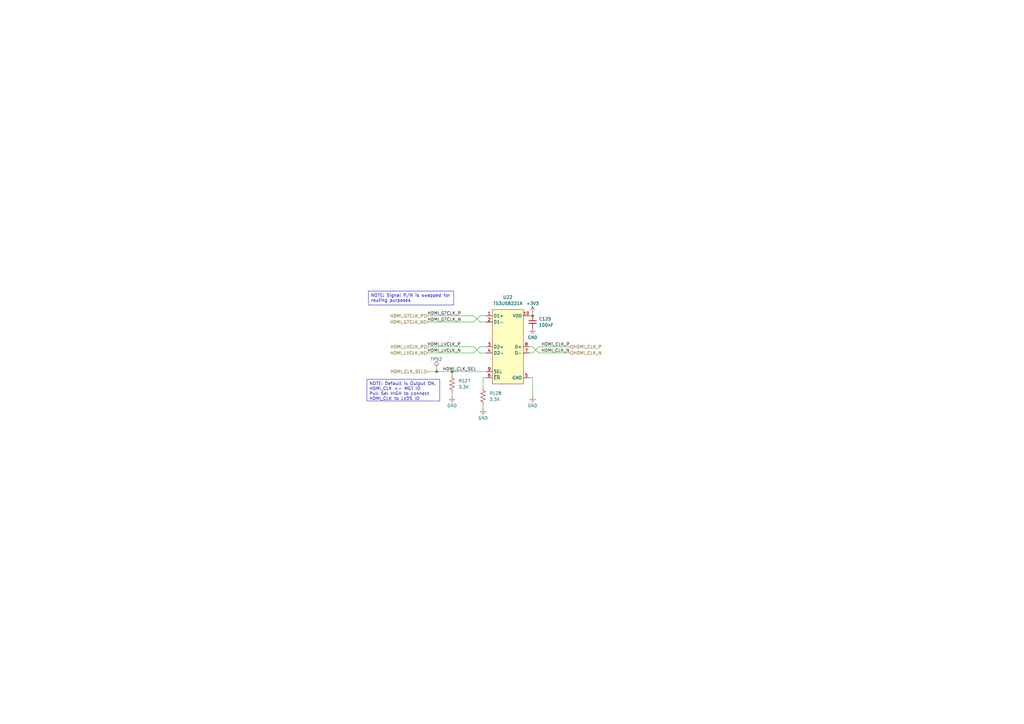
<source format=kicad_sch>
(kicad_sch (version 20231120) (generator "eeschema") (generator_version "8.0")
  (paper "A3")
  (title_block (title "HDMI Clock Mux") (date "2024-10-06") (rev "2.0") (company "Drexel University") (comment 1 "Designed by John Hofmeyr"))
  (lib_symbols
    (symbol "Connector:TestPoint" (pin_numbers hide) (pin_names (offset 0.762) hide)
      (property "Reference" "TP" (at 0 6.858 0))
      (property "Value" "TestPoint" (at 0 5.08 0))
      (symbol "TestPoint_0_1"
        (circle (center 0 3.302) (radius 0.762))
      )
      (symbol "TestPoint_1_1"
        (pin passive line (at 0 0 90) (length 2.54) (name "1") (number "1"))
      )
    )
    (symbol "Device:C_Small" (pin_numbers hide) (pin_names (offset 0.254) hide)
      (property "Reference" "C" (at 0.254 1.778 0))
      (property "Value" "C_Small" (at 0.254 -2.032 0))
      (symbol "C_Small_0_1"
        (polyline (pts (xy -1.524 -0.508) (xy 1.524 -0.508)) (stroke (width 0.3302)))
        (polyline (pts (xy -1.524 0.508) (xy 1.524 0.508)) (stroke (width 0.3048)))
      )
      (symbol "C_Small_1_1"
        (pin passive line (at 0 2.54 270) (length 2.032) (name "~") (number "1"))
        (pin passive line (at 0 -2.54 90) (length 2.032) (name "~") (number "2"))
      )
    )
    (symbol "Device:R_US" (pin_numbers hide) (pin_names (offset 0))
      (property "Reference" "R" (at 2.54 0 90))
      (property "Value" "R_US" (at -2.54 0 90))
      (symbol "R_US_0_1"
        (polyline (pts (xy 0 -2.286) (xy 0 -2.54)))
        (polyline (pts (xy 0 2.286) (xy 0 2.54)))
        (polyline (pts (xy 0 -0.762) (xy 1.016 -1.143) (xy 0 -1.524) (xy -1.016 -1.905) (xy 0 -2.286)))
        (polyline (pts (xy 0 0.762) (xy 1.016 0.381) (xy 0 0) (xy -1.016 -0.381) (xy 0 -0.762)))
        (polyline (pts (xy 0 2.286) (xy 1.016 1.905) (xy 0 1.524) (xy -1.016 1.143) (xy 0 0.762)))
      )
      (symbol "R_US_1_1"
        (pin passive line (at 0 3.81 270) (length 1.27) (name "~") (number "1"))
        (pin passive line (at 0 -3.81 90) (length 1.27) (name "~") (number "2"))
      )
    )
    (symbol "FPGA Module:TS3USB221A"
      (property "Reference" "U" (at 6.35 6.35 0))
      (property "Value" "TS3USB221A" (at 6.35 3.81 0))
      (symbol "TS3USB221A_1_1"
        (rectangle (start 0 2.54) (end 12.7 -27.94) (fill (type background)))
        (pin passive line (at 15.24 0 180) (length 2.54) (name "D1+") (number "1"))
        (pin passive line (at -2.54 0 0) (length 2.54) (name "VDD") (number "10"))
        (pin passive line (at 15.24 -2.54 180) (length 2.54) (name "D1-") (number "2"))
        (pin passive line (at 15.24 -12.7 180) (length 2.54) (name "D2+") (number "3"))
        (pin passive line (at 15.24 -15.24 180) (length 2.54) (name "D2-") (number "4"))
        (pin passive line (at -2.54 -25.4 0) (length 2.54) (name "GND") (number "5"))
        (pin passive line (at 15.24 -25.4 180) (length 2.54) (name "~{EN}") (number "6"))
        (pin passive line (at -2.54 -15.24 0) (length 2.54) (name "D-") (number "7"))
        (pin passive line (at -2.54 -12.7 0) (length 2.54) (name "D+") (number "8"))
        (pin passive line (at 15.24 -22.86 180) (length 2.54) (name "SEL") (number "9"))
      )
    )
    (symbol "power:+3V3" (power) (pin_numbers hide) (pin_names (offset 0) hide)
      (property "Value" "+3V3" (at 0 3.556 0))
      (symbol "+3V3_0_1"
        (polyline (pts (xy -0.762 1.27) (xy 0 2.54)))
        (polyline (pts (xy 0 0) (xy 0 2.54)))
        (polyline (pts (xy 0 2.54) (xy 0.762 1.27)))
      )
      (symbol "+3V3_1_1"
        (pin power_in line (at 0 0 90) (length 0) (name "~") (number "1"))
      )
    )
    (symbol "power:GND" (power) (pin_numbers hide) (pin_names (offset 0) hide)
      (property "Value" "GND" (at 0 -3.81 0))
      (symbol "GND_0_1"
        (polyline (pts (xy -0.635 -1.905) (xy 0.635 -1.905)))
        (polyline (pts (xy -0.127 -2.54) (xy 0.127 -2.54)))
        (polyline (pts (xy 0 -1.27) (xy 0 0)))
        (polyline (pts (xy 1.27 -1.27) (xy -1.27 -1.27)))
      )
      (symbol "GND_1_1"
        (pin power_in line (at 0 0 270) (length 0) (name "~") (number "1"))
      )
    )
  )
  (junction (at 218.44 129.54))
  (junction (at 185.42 152.4))
  (junction (at 179.07 152.4))
  (wire (pts (xy 218.44 154.94) (xy 218.44 162.56)))
  (wire (pts (xy 217.17 142.24) (xy 218.44 142.24)))
  (wire (pts (xy 194.31 132.08) (xy 196.85 129.54)))
  (wire (pts (xy 185.42 153.67) (xy 185.42 152.4)))
  (wire (pts (xy 198.12 166.37) (xy 198.12 167.64)))
  (wire (pts (xy 218.44 128.27) (xy 218.44 129.54)))
  (wire (pts (xy 196.85 142.24) (xy 199.39 142.24)))
  (wire (pts (xy 199.39 154.94) (xy 198.12 154.94)))
  (wire (pts (xy 194.31 144.78) (xy 196.85 142.24)))
  (wire (pts (xy 179.07 152.4) (xy 185.42 152.4)))
  (wire (pts (xy 196.85 144.78) (xy 199.39 144.78)))
  (wire (pts (xy 220.98 142.24) (xy 218.44 144.78)))
  (wire (pts (xy 196.85 132.08) (xy 199.39 132.08)))
  (wire (pts (xy 175.26 129.54) (xy 194.31 129.54)))
  (wire (pts (xy 185.42 152.4) (xy 199.39 152.4)))
  (wire (pts (xy 194.31 142.24) (xy 196.85 144.78)))
  (wire (pts (xy 175.26 144.78) (xy 194.31 144.78)))
  (wire (pts (xy 233.68 142.24) (xy 220.98 142.24)))
  (wire (pts (xy 175.26 142.24) (xy 194.31 142.24)))
  (wire (pts (xy 175.26 152.4) (xy 179.07 152.4)))
  (wire (pts (xy 198.12 154.94) (xy 198.12 158.75)))
  (wire (pts (xy 217.17 154.94) (xy 218.44 154.94)))
  (wire (pts (xy 220.98 144.78) (xy 218.44 142.24)))
  (wire (pts (xy 194.31 129.54) (xy 196.85 132.08)))
  (wire (pts (xy 185.42 161.29) (xy 185.42 162.56)))
  (wire (pts (xy 233.68 144.78) (xy 220.98 144.78)))
  (wire (pts (xy 217.17 144.78) (xy 218.44 144.78)))
  (wire (pts (xy 196.85 129.54) (xy 199.39 129.54)))
  (wire (pts (xy 217.17 129.54) (xy 218.44 129.54)))
  (wire (pts (xy 175.26 132.08) (xy 194.31 132.08)))
  (text_box "NOTE: Default is Output ON, HDMI_CLK <- MGT IO\nPull Sel HIGH to connect HDMI_CLK to LVDS IO" (at 150.495 155.575 0) (size 29.845 8.89) (effects (font (size 1.27 1.27)) (justify left top)))
  (text_box "NOTE: Signal P/N is swapped for routing purposes" (at 151.13 119.38 0) (size 34.925 5.715) (effects (font (size 1.27 1.27)) (justify left top)))
  (label "HDMI_GTCLK_P" (at 175.26 129.54 0))
  (label "HDMI_CLK_SEL" (at 181.61 152.4 0))
  (label "HDMI_GTCLK_N" (at 175.26 132.08 0))
  (label "HDMI_LVCLK_P" (at 175.26 142.24 0))
  (label "HDMI_LVCLK_N" (at 175.26 144.78 0))
  (label "HDMI_CLK_P" (at 233.68 142.24 180))
  (label "HDMI_CLK_N" (at 233.68 144.78 180))
  (hierarchical_label "HDMI_LVCLK_N" (shape input) (at 175.26 144.78 180))
  (hierarchical_label "HDMI_LVCLK_P" (shape input) (at 175.26 142.24 180))
  (hierarchical_label "HDMI_CLK_P" (shape input) (at 233.68 142.24 0))
  (hierarchical_label "HDMI_CLK_SEL" (shape input) (at 175.26 152.4 180))
  (hierarchical_label "HDMI_CLK_N" (shape input) (at 233.68 144.78 0))
  (hierarchical_label "HDMI_GTCLK_P" (shape input) (at 175.26 129.54 180))
  (hierarchical_label "HDMI_GTCLK_N" (shape input) (at 175.26 132.08 180))
  (symbol (lib_id "Device:R_US") (at 185.42 157.48 180) (unit 1)
    (property "Reference" "R127" (at 187.96 156.2099 0) (effects (justify right)))
    (property "Value" "3.3K" (at 187.96 158.7499 0) (effects (justify right)))
    (property "Footprint" "Resistor_SMD:R_0201_0603Metric" (effects (hide yes)))
    (property "Description" "Resistor, US symbol" (effects (hide yes)))
  )
  (symbol (lib_id "Device:C_Small") (at 218.44 132.08 0) (unit 1)
    (property "Reference" "C125" (at 220.98 130.8162 0) (effects (justify left)))
    (property "Value" "100nF" (at 220.98 133.3562 0) (effects (justify left)))
    (property "Footprint" "Capacitor_SMD:C_0201_0603Metric" (effects (hide yes)))
    (property "Description" "Unpolarized capacitor, small symbol" (effects (hide yes)))
  )
  (symbol (lib_id "power:GND") (at 218.44 162.56 0) (unit 1)
    (property "Reference" "#PWR0276" (effects (hide yes)))
    (property "Value" "GND" (at 218.44 166.37 0))
    (property "Description" "Power symbol creates a global label with name \"GND\" , ground" (effects (hide yes)))
  )
  (symbol (lib_id "Device:R_US") (at 198.12 162.56 180) (unit 1)
    (property "Reference" "R128" (at 200.66 161.2899 0) (effects (justify right)))
    (property "Value" "3.3K" (at 200.66 163.8299 0) (effects (justify right)))
    (property "Footprint" "Resistor_SMD:R_0201_0603Metric" (effects (hide yes)))
    (property "Description" "Resistor, US symbol" (effects (hide yes)))
  )
  (symbol (lib_id "FPGA Module:TS3USB221A") (at 214.63 129.54 0) (mirror y) (unit 1)
    (property "Reference" "U22" (at 208.28 121.92 0))
    (property "Value" "TS3USB221A" (at 208.28 124.46 0))
    (property "Footprint" "FPGA Module:TS3USB" (effects (hide yes)))
    (property "Datasheet" "https://www.ti.com/lit/ds/symlink/ts3usb221a.pdf?HQS=dis-dk-null-digikeymode-dsf-pf-null-wwe&ts=1726459795164&ref_url=https%253A%252F%252Fwww.ti.com%252Fgeneral%252Fdocs%252Fsuppproductinfo.tsp%253FdistId%253D10%2526gotoUrl%253Dhttps%253A%252F%252Fwww.ti.com%252Flit%252Fgpn%252Fts3usb221a" (effects (hide yes)))
  )
  (symbol (lib_id "power:GND") (at 185.42 162.56 0) (unit 1)
    (property "Reference" "#PWR0275" (effects (hide yes)))
    (property "Value" "GND" (at 185.42 166.37 0))
    (property "Description" "Power symbol creates a global label with name \"GND\" , ground" (effects (hide yes)))
  )
  (symbol (lib_id "power:GND") (at 218.44 134.62 0) (unit 1)
    (property "Reference" "#PWR0274" (effects (hide yes)))
    (property "Value" "GND" (at 218.44 138.43 0))
    (property "Description" "Power symbol creates a global label with name \"GND\" , ground" (effects (hide yes)))
  )
  (symbol (lib_id "Connector:TestPoint") (at 179.07 152.4 0) (unit 1)
    (property "Reference" "TP52" (at 176.53 147.32 0) (effects (justify left)))
    (property "Value" "Test Point" (effects (hide yes)))
    (property "Footprint" "FPGA Module:Test Point 0.5mm No Silk" (effects (hide yes)))
    (property "Description" "test point" (effects (hide yes)))
  )
  (symbol (lib_id "power:GND") (at 198.12 167.64 0) (unit 1)
    (property "Reference" "#PWR0277" (effects (hide yes)))
    (property "Value" "GND" (at 198.12 171.45 0))
    (property "Description" "Power symbol creates a global label with name \"GND\" , ground" (effects (hide yes)))
  )
  (symbol (lib_id "power:+3V3") (at 218.44 128.27 0) (mirror y) (unit 1)
    (property "Reference" "#PWR0273" (effects (hide yes)))
    (property "Value" "+3V3" (at 218.44 124.46 0))
    (property "Description" "Power symbol creates a global label with name \"+3V3\"" (effects (hide yes)))
  )
)
</source>
